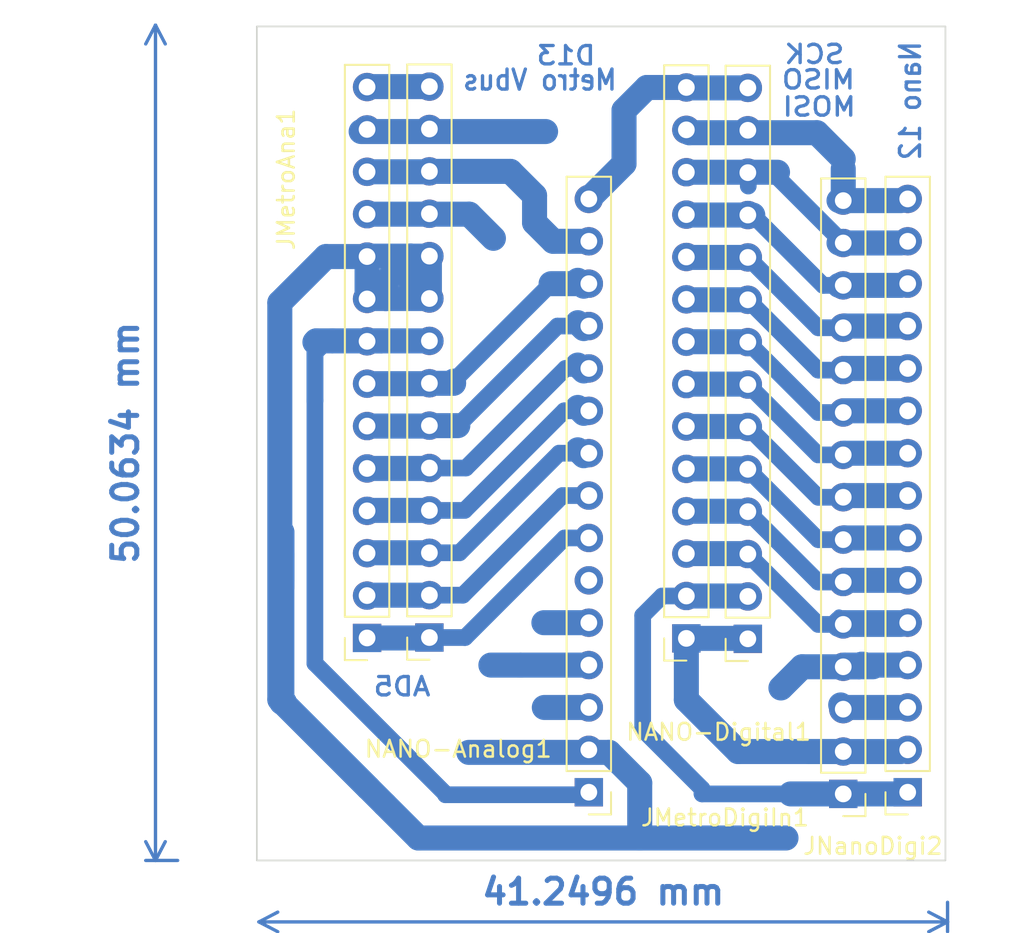
<source format=kicad_pcb>
(kicad_pcb (version 20221018) (generator pcbnew)
  (layers (0 "F.Cu" signal) (31 "B.Cu" signal) (34 "B.Paste" user) (35 "F.Paste" user) (36 "B.SilkS" user "B.Silkscreen") (37 "F.SilkS" user "F.Silkscreen") (38 "B.Mask" user) (39 "F.Mask" user) (44 "Edge.Cuts" user))
  (net 0 "")
  (net 1 "Net-(JMetroDigi1-Pin_3)")
  (net 2 "Net-(JMetroDigi1-Pin_4)")
  (net 3 "Net-(JMetroDigi1-Pin_5)")
  (net 4 "Net-(JMetroDigi1-Pin_6)")
  (net 5 "Net-(JMetroDigi1-Pin_7)")
  (net 6 "Net-(JMetroDigi1-Pin_8)")
  (net 7 "Net-(JMetroDigi1-Pin_9)")
  (net 8 "GND")
  (net 9 "Net-(JMetroAna1-Pin_1)")
  (net 10 "Net-(JMetroAna1-Pin_2)")
  (net 11 "Net-(JMetroAna1-Pin_3)")
  (net 12 "Net-(JMetroAna1-Pin_4)")
  (net 13 "Net-(JMetroAna1-Pin_5)")
  (net 14 "Net-(JMetroAna1-Pin_6)")
  (net 15 "Net-(JMetroDigi1-Pin_1)")
  (net 16 "Net-(JMetroDigi1-Pin_2)")
  (net 17 "Net-(JMetroAna1-Pin_7)")
  (net 18 "Net-(JMetroDigi1-Pin_11)")
  (net 19 "Net-(JMetroAna1-Pin_8)")
  (net 20 "Net-(JMetroDigi1-Pin_12)")
  (net 21 "Net-(JMetroAna1-Pin_11)")
  (net 22 "Net-(JMetroAna1-Pin_12)")
  (net 23 "Net-(JMetroAna1-Pin_13)")
  (net 24 "Net-(JMetroAna1-Pin_14)")
  (net 25 "Net-(JMetroDigi1-Pin_14)")
  (net 26 "Net-(JMetroDigi1-Pin_10)")
  (net 27 "Net-(JMetroDigi1-Pin_13)")
  (net 28 "Net-(JNanoDigi2-Pin_3)")
  (net 29 "unconnected-(NANO-Analog1-Pin_5-Pad5)")
  (footprint "Connector_PinSocket_2.54mm:PinSocket_1x15_P2.54mm_Vertical" (layer "F.Cu") (at 66.294 76.2 180)
    (fp_text reference "JNanoDigi2" (at 2.0828 -3.2258) (layer "F.SilkS"))
    (fp_text value "Nano_1x15 ")
    (fp_line (start -1.33 1.27) (end -1.33 36.89) (stroke (width 0.12)) (layer "F.SilkS"))
    (fp_line (start -1.33 1.27) (end 1.33 1.27) (stroke (width 0.12)) (layer "F.SilkS"))
    (fp_line (start -1.33 36.89) (end 1.33 36.89) (stroke (width 0.12)) (layer "F.SilkS"))
    (fp_line (start 0 -1.33) (end 1.33 -1.33) (stroke (width 0.12)) (layer "F.SilkS"))
    (fp_line (start 1.33 -1.33) (end 1.33 0) (stroke (width 0.12)) (layer "F.SilkS"))
    (fp_line (start 1.33 1.27) (end 1.33 36.89) (stroke (width 0.12)) (layer "F.SilkS"))
    (pad "1" thru_hole rect (at 0 0 180) (size 1.7 1.7) (drill 1) (layers "*.Cu" "*.Mask") (net 16 "Net-(JMetroDigi1-Pin_2)"))
    (pad "2" thru_hole oval (at 0 2.54 180) (size 1.7 1.7) (drill 1) (layers "*.Cu" "*.Mask") (net 15 "Net-(JMetroDigi1-Pin_1)"))
    (pad "3" thru_hole oval (at 0 5.08 180) (size 1.7 1.7) (drill 1) (layers "*.Cu" "*.Mask") (net 28 "Net-(JNanoDigi2-Pin_3)"))
    (pad "4" thru_hole oval (at 0 7.62 180) (size 1.7 1.7) (drill 1) (layers "*.Cu" "*.Mask") (net 8 "GND"))
    (pad "5" thru_hole oval (at 0 10.16 180) (size 1.7 1.7) (drill 1) (layers "*.Cu" "*.Mask") (net 1 "Net-(JMetroDigi1-Pin_3)"))
    (pad "6" thru_hole oval (at 0 12.7 180) (size 1.7 1.7) (drill 1) (layers "*.Cu" "*.Mask") (net 2 "Net-(JMetroDigi1-Pin_4)"))
    (pad "7" thru_hole oval (at 0 15.24 180) (size 1.7 1.7) (drill 1) (layers "*.Cu" "*.Mask") (net 3 "Net-(JMetroDigi1-Pin_5)"))
    (pad "8" thru_hole oval (at 0 17.78 180) (size 1.7 1.7) (drill 1) (layers "*.Cu" "*.Mask") (net 4 "Net-(JMetroDigi1-Pin_6)"))
    (pad "9" thru_hole oval (at 0 20.32 180) (size 1.7 1.7) (drill 1) (layers "*.Cu" "*.Mask") (net 5 "Net-(JMetroDigi1-Pin_7)"))
    (pad "10" thru_hole oval (at 0 22.86 180) (size 1.7 1.7) (drill 1) (layers "*.Cu" "*.Mask") (net 6 "Net-(JMetroDigi1-Pin_8)"))
    (pad "11" thru_hole oval (at 0 25.4 180) (size 1.7 1.7) (drill 1) (layers "*.Cu" "*.Mask") (net 7 "Net-(JMetroDigi1-Pin_9)"))
    (pad "12" thru_hole oval (at 0 27.94 180) (size 1.7 1.7) (drill 1) (layers "*.Cu" "*.Mask") (net 26 "Net-(JMetroDigi1-Pin_10)"))
    (pad "13" thru_hole oval (at 0 30.48 180) (size 1.7 1.7) (drill 1) (layers "*.Cu" "*.Mask") (net 18 "Net-(JMetroDigi1-Pin_11)"))
    (pad "14" thru_hole oval (at 0 33.02 180) (size 1.7 1.7) (drill 1) (layers "*.Cu" "*.Mask") (net 20 "Net-(JMetroDigi1-Pin_12)"))
    (pad "15" thru_hole oval (at 0 35.56 180) (size 1.7 1.7) (drill 1) (layers "*.Cu" "*.Mask") (net 27 "Net-(JMetroDigi1-Pin_13)"))
  )
  (footprint "Connector_PinSocket_2.54mm:PinSocket_1x14_P2.54mm_Vertical" (layer "F.Cu") (at 56.7182 67.0052 180)
    (fp_text reference "JMetroDigiIn1" (at 1.3716 -10.7188) (layer "F.SilkS"))
    (fp_text value "Metro_0x13")
    (fp_line (start -1.33 1.27) (end -1.33 34.35) (stroke (width 0.12)) (layer "F.SilkS"))
    (fp_line (start -1.33 1.27) (end 1.33 1.27) (stroke (width 0.12)) (layer "F.SilkS"))
    (fp_line (start -1.33 34.35) (end 1.33 34.35) (stroke (width 0.12)) (layer "F.SilkS"))
    (fp_line (start 0 -1.33) (end 1.33 -1.33) (stroke (width 0.12)) (layer "F.SilkS"))
    (fp_line (start 1.33 -1.33) (end 1.33 0) (stroke (width 0.12)) (layer "F.SilkS"))
    (fp_line (start 1.33 1.27) (end 1.33 34.35) (stroke (width 0.12)) (layer "F.SilkS"))
    (pad "1" thru_hole rect (at 0 0 180) (size 1.7 1.7) (drill 1) (layers "*.Cu" "*.Mask") (net 15 "Net-(JMetroDigi1-Pin_1)"))
    (pad "2" thru_hole oval (at 0 2.54 180) (size 1.7 1.7) (drill 1) (layers "*.Cu" "*.Mask") (net 16 "Net-(JMetroDigi1-Pin_2)"))
    (pad "3" thru_hole oval (at 0 5.08 180) (size 1.7 1.7) (drill 1) (layers "*.Cu" "*.Mask") (net 1 "Net-(JMetroDigi1-Pin_3)"))
    (pad "4" thru_hole oval (at 0 7.62 180) (size 1.7 1.7) (drill 1) (layers "*.Cu" "*.Mask") (net 2 "Net-(JMetroDigi1-Pin_4)"))
    (pad "5" thru_hole oval (at 0 10.16 180) (size 1.7 1.7) (drill 1) (layers "*.Cu" "*.Mask") (net 3 "Net-(JMetroDigi1-Pin_5)"))
    (pad "6" thru_hole oval (at 0 12.7 180) (size 1.7 1.7) (drill 1) (layers "*.Cu" "*.Mask") (net 4 "Net-(JMetroDigi1-Pin_6)"))
    (pad "7" thru_hole oval (at 0 15.24 180) (size 1.7 1.7) (drill 1) (layers "*.Cu" "*.Mask") (net 5 "Net-(JMetroDigi1-Pin_7)"))
    (pad "8" thru_hole oval (at 0 17.78 180) (size 1.7 1.7) (drill 1) (layers "*.Cu" "*.Mask") (net 6 "Net-(JMetroDigi1-Pin_8)"))
    (pad "9" thru_hole oval (at 0 20.32 180) (size 1.7 1.7) (drill 1) (layers "*.Cu" "*.Mask") (net 7 "Net-(JMetroDigi1-Pin_9)"))
    (pad "10" thru_hole oval (at 0 22.86 180) (size 1.7 1.7) (drill 1) (layers "*.Cu" "*.Mask") (net 26 "Net-(JMetroDigi1-Pin_10)"))
    (pad "11" thru_hole oval (at 0 25.4 180) (size 1.7 1.7) (drill 1) (layers "*.Cu" "*.Mask") (net 18 "Net-(JMetroDigi1-Pin_11)"))
    (pad "12" thru_hole oval (at 0 27.94 180) (size 1.7 1.7) (drill 1) (layers "*.Cu" "*.Mask") (net 20 "Net-(JMetroDigi1-Pin_12)"))
    (pad "13" thru_hole oval (at 0 30.48 180) (size 1.7 1.7) (drill 1) (layers "*.Cu" "*.Mask") (net 27 "Net-(JMetroDigi1-Pin_13)"))
    (pad "14" thru_hole oval (at 0 33.02 180) (size 1.7 1.7) (drill 1) (layers "*.Cu" "*.Mask") (net 25 "Net-(JMetroDigi1-Pin_14)"))
  )
  (footprint "Connector_PinSocket_2.54mm:PinSocket_1x14_P2.54mm_Vertical" (layer "F.Cu") (at 37.6428 66.929 180)
    (fp_text reference "JMetroAna2" hide)
    (fp_text value "Metro_Vbus_A5_pro")
    (fp_line (start -1.33 1.27) (end -1.33 34.35) (stroke (width 0.12)) (layer "F.SilkS"))
    (fp_line (start -1.33 1.27) (end 1.33 1.27) (stroke (width 0.12)) (layer "F.SilkS"))
    (fp_line (start -1.33 34.35) (end 1.33 34.35) (stroke (width 0.12)) (layer "F.SilkS"))
    (fp_line (start 0 -1.33) (end 1.33 -1.33) (stroke (width 0.12)) (layer "F.SilkS"))
    (fp_line (start 1.33 -1.33) (end 1.33 0) (stroke (width 0.12)) (layer "F.SilkS"))
    (fp_line (start 1.33 1.27) (end 1.33 34.35) (stroke (width 0.12)) (layer "F.SilkS"))
    (pad "1" thru_hole rect (at 0 0 180) (size 1.7 1.7) (drill 1) (layers "*.Cu" "*.Mask") (net 9 "Net-(JMetroAna1-Pin_1)"))
    (pad "2" thru_hole oval (at 0 2.54 180) (size 1.7 1.7) (drill 1) (layers "*.Cu" "*.Mask") (net 10 "Net-(JMetroAna1-Pin_2)"))
    (pad "3" thru_hole oval (at 0 5.08 180) (size 1.7 1.7) (drill 1) (layers "*.Cu" "*.Mask") (net 11 "Net-(JMetroAna1-Pin_3)"))
    (pad "4" thru_hole oval (at 0 7.62 180) (size 1.7 1.7) (drill 1) (layers "*.Cu" "*.Mask") (net 12 "Net-(JMetroAna1-Pin_4)"))
    (pad "5" thru_hole oval (at 0 10.16 180) (size 1.7 1.7) (drill 1) (layers "*.Cu" "*.Mask") (net 13 "Net-(JMetroAna1-Pin_5)"))
    (pad "6" thru_hole oval (at 0 12.7 180) (size 1.7 1.7) (drill 1) (layers "*.Cu" "*.Mask") (net 14 "Net-(JMetroAna1-Pin_6)"))
    (pad "7" thru_hole oval (at 0 15.24 180) (size 1.7 1.7) (drill 1) (layers "*.Cu" "*.Mask") (net 17 "Net-(JMetroAna1-Pin_7)"))
    (pad "8" thru_hole oval (at 0 17.78 180) (size 1.7 1.7) (drill 1) (layers "*.Cu" "*.Mask") (net 19 "Net-(JMetroAna1-Pin_8)"))
    (pad "9" thru_hole oval (at 0 20.32 180) (size 1.7 1.7) (drill 1) (layers "*.Cu" "*.Mask") (net 8 "GND"))
    (pad "10" thru_hole oval (at 0 22.86 180) (size 1.7 1.7) (drill 1) (layers "*.Cu" "*.Mask") (net 8 "GND"))
    (pad "11" thru_hole oval (at 0 25.4 180) (size 1.7 1.7) (drill 1) (layers "*.Cu" "*.Mask") (net 21 "Net-(JMetroAna1-Pin_11)"))
    (pad "12" thru_hole oval (at 0 27.94 180) (size 1.7 1.7) (drill 1) (layers "*.Cu" "*.Mask") (net 22 "Net-(JMetroAna1-Pin_12)"))
    (pad "13" thru_hole oval (at 0 30.48 180) (size 1.7 1.7) (drill 1) (layers "*.Cu" "*.Mask") (net 23 "Net-(JMetroAna1-Pin_13)"))
    (pad "14" thru_hole oval (at 0 33.02 180) (size 1.7 1.7) (drill 1) (layers "*.Cu" "*.Mask") (net 24 "Net-(JMetroAna1-Pin_14)"))
  )
  (footprint "Connector_PinSocket_2.54mm:PinSocket_1x14_P2.54mm_Vertical" (layer "F.Cu") (at 53.0352 66.9798 180)
    (fp_text reference "JMetroDigi1" hide)
    (fp_text value "Metro_0x13")
    (fp_line (start -1.33 1.27) (end -1.33 34.35) (stroke (width 0.12)) (layer "F.SilkS"))
    (fp_line (start -1.33 1.27) (end 1.33 1.27) (stroke (width 0.12)) (layer "F.SilkS"))
    (fp_line (start -1.33 34.35) (end 1.33 34.35) (stroke (width 0.12)) (layer "F.SilkS"))
    (fp_line (start 0 -1.33) (end 1.33 -1.33) (stroke (width 0.12)) (layer "F.SilkS"))
    (fp_line (start 1.33 -1.33) (end 1.33 0) (stroke (width 0.12)) (layer "F.SilkS"))
    (fp_line (start 1.33 1.27) (end 1.33 34.35) (stroke (width 0.12)) (layer "F.SilkS"))
    (pad "1" thru_hole rect (at 0 0 180) (size 1.7 1.7) (drill 1) (layers "*.Cu" "*.Mask") (net 15 "Net-(JMetroDigi1-Pin_1)"))
    (pad "2" thru_hole oval (at 0 2.54 180) (size 1.7 1.7) (drill 1) (layers "*.Cu" "*.Mask") (net 16 "Net-(JMetroDigi1-Pin_2)"))
    (pad "3" thru_hole oval (at 0 5.08 180) (size 1.7 1.7) (drill 1) (layers "*.Cu" "*.Mask") (net 1 "Net-(JMetroDigi1-Pin_3)"))
    (pad "4" thru_hole oval (at 0 7.62 180) (size 1.7 1.7) (drill 1) (layers "*.Cu" "*.Mask") (net 2 "Net-(JMetroDigi1-Pin_4)"))
    (pad "5" thru_hole oval (at 0 10.16 180) (size 1.7 1.7) (drill 1) (layers "*.Cu" "*.Mask") (net 3 "Net-(JMetroDigi1-Pin_5)"))
    (pad "6" thru_hole oval (at 0 12.7 180) (size 1.7 1.7) (drill 1) (layers "*.Cu" "*.Mask") (net 4 "Net-(JMetroDigi1-Pin_6)"))
    (pad "7" thru_hole oval (at 0 15.24 180) (size 1.7 1.7) (drill 1) (layers "*.Cu" "*.Mask") (net 5 "Net-(JMetroDigi1-Pin_7)"))
    (pad "8" thru_hole oval (at 0 17.78 180) (size 1.7 1.7) (drill 1) (layers "*.Cu" "*.Mask") (net 6 "Net-(JMetroDigi1-Pin_8)"))
    (pad "9" thru_hole oval (at 0 20.32 180) (size 1.7 1.7) (drill 1) (layers "*.Cu" "*.Mask") (net 7 "Net-(JMetroDigi1-Pin_9)"))
    (pad "10" thru_hole oval (at 0 22.86 180) (size 1.7 1.7) (drill 1) (layers "*.Cu" "*.Mask") (net 26 "Net-(JMetroDigi1-Pin_10)"))
    (pad "11" thru_hole oval (at 0 25.4 180) (size 1.7 1.7) (drill 1) (layers "*.Cu" "*.Mask") (net 18 "Net-(JMetroDigi1-Pin_11)"))
    (pad "12" thru_hole oval (at 0 27.94 180) (size 1.7 1.7) (drill 1) (layers "*.Cu" "*.Mask") (net 20 "Net-(JMetroDigi1-Pin_12)"))
    (pad "13" thru_hole oval (at 0 30.48 180) (size 1.7 1.7) (drill 1) (layers "*.Cu" "*.Mask") (net 27 "Net-(JMetroDigi1-Pin_13)"))
    (pad "14" thru_hole oval (at 0 33.02 180) (size 1.7 1.7) (drill 1) (layers "*.Cu" "*.Mask") (net 25 "Net-(JMetroDigi1-Pin_14)"))
  )
  (footprint "Connector_PinSocket_2.54mm:PinSocket_1x14_P2.54mm_Vertical" (layer "F.Cu") (at 33.909 66.9544 180)
    (fp_text reference "JMetroAna1" (at 4.8514 27.4828 90) (layer "F.SilkS"))
    (fp_text value "Metro_Vbus_A5-Inp")
    (fp_line (start -1.33 1.27) (end -1.33 34.35) (stroke (width 0.12)) (layer "F.SilkS"))
    (fp_line (start -1.33 1.27) (end 1.33 1.27) (stroke (width 0.12)) (layer "F.SilkS"))
    (fp_line (start -1.33 34.35) (end 1.33 34.35) (stroke (width 0.12)) (layer "F.SilkS"))
    (fp_line (start 0 -1.33) (end 1.33 -1.33) (stroke (width 0.12)) (layer "F.SilkS"))
    (fp_line (start 1.33 -1.33) (end 1.33 0) (stroke (width 0.12)) (layer "F.SilkS"))
    (fp_line (start 1.33 1.27) (end 1.33 34.35) (stroke (width 0.12)) (layer "F.SilkS"))
    (pad "1" thru_hole rect (at 0 0 180) (size 1.7 1.7) (drill 1) (layers "*.Cu" "*.Mask") (net 9 "Net-(JMetroAna1-Pin_1)"))
    (pad "2" thru_hole oval (at 0 2.54 180) (size 1.7 1.7) (drill 1) (layers "*.Cu" "*.Mask") (net 10 "Net-(JMetroAna1-Pin_2)"))
    (pad "3" thru_hole oval (at 0 5.08 180) (size 1.7 1.7) (drill 1) (layers "*.Cu" "*.Mask") (net 11 "Net-(JMetroAna1-Pin_3)"))
    (pad "4" thru_hole oval (at 0 7.62 180) (size 1.7 1.7) (drill 1) (layers "*.Cu" "*.Mask") (net 12 "Net-(JMetroAna1-Pin_4)"))
    (pad "5" thru_hole oval (at 0 10.16 180) (size 1.7 1.7) (drill 1) (layers "*.Cu" "*.Mask") (net 13 "Net-(JMetroAna1-Pin_5)"))
    (pad "6" thru_hole oval (at 0 12.7 180) (size 1.7 1.7) (drill 1) (layers "*.Cu" "*.Mask") (net 14 "Net-(JMetroAna1-Pin_6)"))
    (pad "7" thru_hole oval (at 0 15.24 180) (size 1.7 1.7) (drill 1) (layers "*.Cu" "*.Mask") (net 17 "Net-(JMetroAna1-Pin_7)"))
    (pad "8" thru_hole oval (at 0 17.78 180) (size 1.7 1.7) (drill 1) (layers "*.Cu" "*.Mask") (net 19 "Net-(JMetroAna1-Pin_8)"))
    (pad "9" thru_hole oval (at 0 20.32 180) (size 1.7 1.7) (drill 1) (layers "*.Cu" "*.Mask") (net 8 "GND"))
    (pad "10" thru_hole oval (at 0 22.86 180) (size 1.7 1.7) (drill 1) (layers "*.Cu" "*.Mask") (net 8 "GND"))
    (pad "11" thru_hole oval (at 0 25.4 180) (size 1.7 1.7) (drill 1) (layers "*.Cu" "*.Mask") (net 21 "Net-(JMetroAna1-Pin_11)"))
    (pad "12" thru_hole oval (at 0 27.94 180) (size 1.7 1.7) (drill 1) (layers "*.Cu" "*.Mask") (net 22 "Net-(JMetroAna1-Pin_12)"))
    (pad "13" thru_hole oval (at 0 30.48 180) (size 1.7 1.7) (drill 1) (layers "*.Cu" "*.Mask") (net 23 "Net-(JMetroAna1-Pin_13)"))
    (pad "14" thru_hole oval (at 0 33.02 180) (size 1.7 1.7) (drill 1) (layers "*.Cu" "*.Mask") (net 24 "Net-(JMetroAna1-Pin_14)"))
  )
  (footprint "Connector_PinHeader_2.54mm:PinHeader_1x15_P2.54mm_Vertical" (layer "F.Cu") (at 62.4332 76.3016 180)
    (fp_text reference "NANO-Digital1" (at 7.4676 3.7084) (layer "F.SilkS"))
    (fp_text value "12,11,10,9,87,6,5,4,3,2,Gnd,RST,RX,TX")
    (fp_line (start -1.33 -1.33) (end 0 -1.33) (stroke (width 0.12)) (layer "F.SilkS"))
    (fp_line (start -1.33 0) (end -1.33 -1.33) (stroke (width 0.12)) (layer "F.SilkS"))
    (fp_line (start -1.33 1.27) (end -1.33 36.89) (stroke (width 0.12)) (layer "F.SilkS"))
    (fp_line (start -1.33 1.27) (end 1.33 1.27) (stroke (width 0.12)) (layer "F.SilkS"))
    (fp_line (start -1.33 36.89) (end 1.33 36.89) (stroke (width 0.12)) (layer "F.SilkS"))
    (fp_line (start 1.33 1.27) (end 1.33 36.89) (stroke (width 0.12)) (layer "F.SilkS"))
    (pad "1" thru_hole rect (at 0 0 180) (size 1.7 1.7) (drill 1) (layers "*.Cu" "*.Mask") (net 16 "Net-(JMetroDigi1-Pin_2)"))
    (pad "2" thru_hole oval (at 0 2.54 180) (size 1.7 1.7) (drill 1) (layers "*.Cu" "*.Mask") (net 15 "Net-(JMetroDigi1-Pin_1)"))
    (pad "3" thru_hole oval (at 0 5.08 180) (size 1.7 1.7) (drill 1) (layers "*.Cu" "*.Mask") (net 28 "Net-(JNanoDigi2-Pin_3)"))
    (pad "4" thru_hole oval (at 0 7.62 180) (size 1.7 1.7) (drill 1) (layers "*.Cu" "*.Mask") (net 8 "GND"))
    (pad "5" thru_hole oval (at 0 10.16 180) (size 1.7 1.7) (drill 1) (layers "*.Cu" "*.Mask") (net 1 "Net-(JMetroDigi1-Pin_3)"))
    (pad "6" thru_hole oval (at 0 12.7 180) (size 1.7 1.7) (drill 1) (layers "*.Cu" "*.Mask") (net 2 "Net-(JMetroDigi1-Pin_4)"))
    (pad "7" thru_hole oval (at 0 15.24 180) (size 1.7 1.7) (drill 1) (layers "*.Cu" "*.Mask") (net 3 "Net-(JMetroDigi1-Pin_5)"))
    (pad "8" thru_hole oval (at 0 17.78 180) (size 1.7 1.7) (drill 1) (layers "*.Cu" "*.Mask") (net 4 "Net-(JMetroDigi1-Pin_6)"))
    (pad "9" thru_hole oval (at 0 20.32 180) (size 1.7 1.7) (drill 1) (layers "*.Cu" "*.Mask") (net 5 "Net-(JMetroDigi1-Pin_7)"))
    (pad "10" thru_hole oval (at 0 22.86 180) (size 1.7 1.7) (drill 1) (layers "*.Cu" "*.Mask") (net 6 "Net-(JMetroDigi1-Pin_8)"))
    (pad "11" thru_hole oval (at 0 25.4 180) (size 1.7 1.7) (drill 1) (layers "*.Cu" "*.Mask") (net 7 "Net-(JMetroDigi1-Pin_9)"))
    (pad "12" thru_hole oval (at 0 27.94 180) (size 1.7 1.7) (drill 1) (layers "*.Cu" "*.Mask") (net 26 "Net-(JMetroDigi1-Pin_10)"))
    (pad "13" thru_hole oval (at 0 30.48 180) (size 1.7 1.7) (drill 1) (layers "*.Cu" "*.Mask") (net 18 "Net-(JMetroDigi1-Pin_11)"))
    (pad "14" thru_hole oval (at 0 33.02 180) (size 1.7 1.7) (drill 1) (layers "*.Cu" "*.Mask") (net 20 "Net-(JMetroDigi1-Pin_12)"))
    (pad "15" thru_hole oval (at 0 35.56 180) (size 1.7 1.7) (drill 1) (layers "*.Cu" "*.Mask") (net 27 "Net-(JMetroDigi1-Pin_13)"))
  )
  (footprint "Connector_PinHeader_2.54mm:PinHeader_1x15_P2.54mm_Vertical" (layer "F.Cu") (at 47.1932 76.2 180)
    (fp_text reference "NANO-Analog1" (at 7.8232 2.5908) (layer "F.SilkS"))
    (fp_text value "13,3v3,AREF,A0,...A7,+5V,RST,Gnd,Vin")
    (fp_line (start -1.33 -1.33) (end 0 -1.33) (stroke (width 0.12)) (layer "F.SilkS"))
    (fp_line (start -1.33 0) (end -1.33 -1.33) (stroke (width 0.12)) (layer "F.SilkS"))
    (fp_line (start -1.33 1.27) (end -1.33 36.89) (stroke (width 0.12)) (layer "F.SilkS"))
    (fp_line (start -1.33 1.27) (end 1.33 1.27) (stroke (width 0.12)) (layer "F.SilkS"))
    (fp_line (start -1.33 36.89) (end 1.33 36.89) (stroke (width 0.12)) (layer "F.SilkS"))
    (fp_line (start 1.33 1.27) (end 1.33 36.89) (stroke (width 0.12)) (layer "F.SilkS"))
    (pad "1" thru_hole rect (at 0 0 180) (size 1.7 1.7) (drill 1) (layers "*.Cu" "*.Mask") (net 19 "Net-(JMetroAna1-Pin_8)"))
    (pad "2" thru_hole oval (at 0 2.54 180) (size 1.7 1.7) (drill 1) (layers "*.Cu" "*.Mask") (net 8 "GND"))
    (pad "3" thru_hole oval (at 0 5.08 180) (size 1.7 1.7) (drill 1) (layers "*.Cu" "*.Mask") (net 23 "Net-(JMetroAna1-Pin_13)"))
    (pad "4" thru_hole oval (at 0 7.62 180) (size 1.7 1.7) (drill 1) (layers "*.Cu" "*.Mask") (net 21 "Net-(JMetroAna1-Pin_11)"))
    (pad "5" thru_hole oval (at 0 10.16 180) (size 1.7 1.7) (drill 1) (layers "*.Cu" "*.Mask") (net 29 "unconnected-(NANO-Analog1-Pin_5-Pad5)"))
    (pad "6" thru_hole oval (at 0 12.7 180) (size 1.7 1.7) (drill 1) (layers "*.Cu" "*.Mask"))
    (pad "7" thru_hole oval (at 0 15.24 180) (size 1.7 1.7) (drill 1) (layers "*.Cu" "*.Mask") (net 9 "Net-(JMetroAna1-Pin_1)"))
    (pad "8" thru_hole oval (at 0 17.78 180) (size 1.7 1.7) (drill 1) (layers "*.Cu" "*.Mask") (net 10 "Net-(JMetroAna1-Pin_2)"))
    (pad "9" thru_hole oval (at 0 20.32 180) (size 1.7 1.7) (drill 1) (layers "*.Cu" "*.Mask") (net 11 "Net-(JMetroAna1-Pin_3)"))
    (pad "10" thru_hole oval (at 0 22.86 180) (size 1.7 1.7) (drill 1) (layers "*.Cu" "*.Mask") (net 12 "Net-(JMetroAna1-Pin_4)"))
    (pad "11" thru_hole oval (at 0 25.4 180) (size 1.7 1.7) (drill 1) (layers "*.Cu" "*.Mask") (net 13 "Net-(JMetroAna1-Pin_5)"))
    (pad "12" thru_hole oval (at 0 27.94 180) (size 1.7 1.7) (drill 1) (layers "*.Cu" "*.Mask") (net 14 "Net-(JMetroAna1-Pin_6)"))
    (pad "13" thru_hole oval (at 0 30.48 180) (size 1.7 1.7) (drill 1) (layers "*.Cu" "*.Mask") (net 17 "Net-(JMetroAna1-Pin_7)"))
    (pad "14" thru_hole oval (at 0 33.02 180) (size 1.7 1.7) (drill 1) (layers "*.Cu" "*.Mask") (net 22 "Net-(JMetroAna1-Pin_12)"))
    (pad "15" thru_hole oval (at 0 35.56 180) (size 1.7 1.7) (drill 1) (layers "*.Cu" "*.Mask") (net 25 "Net-(JMetroDigi1-Pin_14)"))
  )
  (gr_rect (start 27.305 30.3022) (end 68.5546 80.2894) (stroke (width 0.1)) (fill none) (layer "Edge.Cuts"))
  (gr_text "MISO" (at 63.246 34.1376) (layer "B.Cu") (effects (font (size 1.1 1.2) (thickness 0.2) bold) (justify left bottom mirror)))
  (gr_text "MOSI" (at 63.2968 35.7632) (layer "B.Cu") (effects (font (size 1.1 1.2) (thickness 0.2) bold) (justify left bottom mirror)))
  (gr_text "Nano 12" (at 67.1576 31.0896 90) (layer "B.Cu") (effects (font (size 1.2 1.1) (thickness 0.2) bold) (justify left bottom mirror)))
  (gr_text "Metro Vbus" (at 48.9712 34.2138) (layer "B.Cu") (effects (font (size 1.2 1.1) (thickness 0.2) bold) (justify left bottom mirror)))
  (gr_text "D13" (at 47.7012 32.6898) (layer "B.Cu") (effects (font (size 1.1 1.2) (thickness 0.2) bold) (justify left bottom mirror)))
  (gr_text "SCK" (at 62.611 32.6136) (layer "B.Cu") (effects (font (size 1.1 1.2) (thickness 0.2) bold) (justify left bottom mirror)))
  (gr_text "AD5" (at 37.8206 70.5104) (layer "B.Cu") (effects (font (size 1.1 1.2) (thickness 0.2) bold) (justify left bottom mirror)))
  (dimension (type orthogonal) (layer "B.Cu") (pts (xy 27.432 83.9724) (xy 68.6816 82.296)) (height 0) (orientation 0) (gr_text "41,2496 mm" (at 48.0568 82.1724) (layer "B.Cu") (effects (font (size 1.5 1.5) (thickness 0.3)))) (format (prefix "") (suffix "") (units 3) (units_format 1) (precision 4)) (style (thickness 0.2) (arrow_length 1.27) (text_position_mode 0) (extension_height 0.58642) (extension_offset 0.5) keep_text_aligned))
  (dimension (type orthogonal) (layer "B.Cu") (pts (xy 21.2344 30.226) (xy 23.0632 80.2894)) (height 0) (orientation 1) (gr_text "50,0634 mm" (at 19.4344 55.2577 90) (layer "B.Cu") (effects (font (size 1.5 1.5) (thickness 0.3)))) (format (prefix "") (suffix "") (units 3) (units_format 1) (precision 4)) (style (thickness 0.2) (arrow_length 1.27) (text_position_mode 0) (extension_height 0.58642) (extension_offset 0.5) keep_text_aligned))
  (segment (start 66.294 66.04) (end 62.2808 66.04) (width 1.5) (layer "B.Cu") (net 1))
  (segment (start 62.1792 65.616855) (end 62.1792 66.1416) (width 0.75) (layer "B.Cu") (net 1))
  (segment (start 62.1792 66.1416) (end 65.8876 66.1416) (width 1.5) (layer "B.Cu") (net 1))
  (segment (start 60.9346 66.1416) (end 62.1792 66.1416) (width 1) (layer "B.Cu") (net 1))
  (segment (start 53.0352 61.8998) (end 56.6928 61.8998) (width 1.5) (layer "B.Cu") (net 1))
  (segment (start 56.7182 61.9252) (end 60.9346 66.1416) (width 1) (layer "B.Cu") (net 1))
  (segment (start 56.6928 61.8998) (end 56.7182 61.9252) (width 1.5) (layer "B.Cu") (net 1))
  (segment (start 62.2808 66.04) (end 62.1792 66.1416) (width 1.5) (layer "B.Cu") (net 1))
  (segment (start 62.4332 63.6016) (end 60.9346 63.6016) (width 1) (layer "B.Cu") (net 2))
  (segment (start 53.0352 59.3598) (end 56.6928 59.3598) (width 1.5) (layer "B.Cu") (net 2))
  (segment (start 66.294 63.5) (end 62.5348 63.5) (width 1.5) (layer "B.Cu") (net 2))
  (segment (start 56.6928 59.3598) (end 56.7182 59.3852) (width 1.5) (layer "B.Cu") (net 2))
  (segment (start 62.5348 63.5) (end 62.4332 63.6016) (width 1.5) (layer "B.Cu") (net 2))
  (segment (start 60.9346 63.6016) (end 56.7182 59.3852) (width 1) (layer "B.Cu") (net 2))
  (segment (start 62.4332 61.0616) (end 60.9346 61.0616) (width 1) (layer "B.Cu") (net 3))
  (segment (start 53.0352 56.8198) (end 56.6928 56.8198) (width 1.5) (layer "B.Cu") (net 3))
  (segment (start 66.294 60.96) (end 62.5348 60.96) (width 1.5) (layer "B.Cu") (net 3))
  (segment (start 60.9346 61.0616) (end 56.7182 56.8452) (width 1) (layer "B.Cu") (net 3))
  (segment (start 62.5348 60.96) (end 62.4332 61.0616) (width 1.5) (layer "B.Cu") (net 3))
  (segment (start 56.6928 56.8198) (end 56.7182 56.8452) (width 1.5) (layer "B.Cu") (net 3))
  (segment (start 53.0352 54.2798) (end 56.6928 54.2798) (width 1.5) (layer "B.Cu") (net 4))
  (segment (start 62.4332 58.5216) (end 60.9346 58.5216) (width 1) (layer "B.Cu") (net 4))
  (segment (start 60.9346 58.5216) (end 56.7182 54.3052) (width 1) (layer "B.Cu") (net 4))
  (segment (start 56.6928 54.2798) (end 56.7182 54.3052) (width 1.5) (layer "B.Cu") (net 4))
  (segment (start 66.294 58.42) (end 62.5348 58.42) (width 1.5) (layer "B.Cu") (net 4))
  (segment (start 62.5348 58.42) (end 62.4332 58.5216) (width 1.5) (layer "B.Cu") (net 4))
  (segment (start 62.5348 55.88) (end 62.4332 55.9816) (width 1.5) (layer "B.Cu") (net 5))
  (segment (start 56.6928 51.7398) (end 56.7182 51.7652) (width 1.5) (layer "B.Cu") (net 5))
  (segment (start 53.0352 51.7398) (end 56.6928 51.7398) (width 1.5) (layer "B.Cu") (net 5))
  (segment (start 66.294 55.88) (end 62.5348 55.88) (width 1.5) (layer "B.Cu") (net 5))
  (segment (start 60.9346 55.9816) (end 56.7182 51.7652) (width 1) (layer "B.Cu") (net 5))
  (segment (start 62.4332 55.9816) (end 60.9346 55.9816) (width 1) (layer "B.Cu") (net 5))
  (segment (start 62.5348 53.34) (end 62.4332 53.4416) (width 1.5) (layer "B.Cu") (net 6))
  (segment (start 56.6928 49.1998) (end 56.7182 49.2252) (width 1.5) (layer "B.Cu") (net 6))
  (segment (start 53.0352 49.1998) (end 56.6928 49.1998) (width 1.5) (layer "B.Cu") (net 6))
  (segment (start 66.294 53.34) (end 62.5348 53.34) (width 1.5) (layer "B.Cu") (net 6))
  (segment (start 60.9346 53.4416) (end 56.7182 49.2252) (width 1) (layer "B.Cu") (net 6))
  (segment (start 62.4332 53.4416) (end 60.9346 53.4416) (width 1) (layer "B.Cu") (net 6))
  (segment (start 62.5348 50.8) (end 62.4332 50.9016) (width 1.5) (layer "B.Cu") (net 7))
  (segment (start 60.9346 50.9016) (end 56.7182 46.6852) (width 1) (layer "B.Cu") (net 7))
  (segment (start 56.723785 46.6852) (end 56.7182 46.6852) (width 1.5) (layer "B.Cu") (net 7))
  (segment (start 66.294 50.8) (end 62.5348 50.8) (width 1.5) (layer "B.Cu") (net 7))
  (segment (start 62.4332 50.9016) (end 60.9346 50.9016) (width 1) (layer "B.Cu") (net 7))
  (segment (start 56.7182 46.6852) (end 53.0606 46.6852) (width 1.5) (layer "B.Cu") (net 7))
  (segment (start 53.0606 46.6852) (end 53.0352 46.6598) (width 1.5) (layer "B.Cu") (net 7))
  (segment (start 33.909 44.0944) (end 31.4452 44.0944) (width 1.5) (layer "B.Cu") (net 8))
  (segment (start 28.682 46.8576) (end 28.682 70.6428) (width 1.5) (layer "B.Cu") (net 8))
  (segment (start 35.0266 46.609) (end 35.0266 45.5676) (width 1.5) (layer "B.Cu") (net 8))
  (segment (start 35.0266 46.609) (end 33.9344 46.609) (width 1.5) (layer "B.Cu") (net 8))
  (segment (start 28.8036 63.9064) (end 28.8036 60.6044) (width 1.5) (layer "B.Cu") (net 8))
  (segment (start 35.0266 45.5676) (end 35.9918 44.6024) (width 1.5) (layer "B.Cu") (net 8))
  (segment (start 59.9694 68.6816) (end 58.6994 69.9516) (width 1.5) (layer "B.Cu") (net 8))
  (segment (start 36.9824 78.9432) (end 34.9631 76.9239) (width 1.5) (layer "B.Cu") (net 8))
  (segment (start 35.9918 44.6024) (end 36.5252 44.069) (width 1.5) (layer "B.Cu") (net 8))
  (segment (start 63.533681 68.5292) (end 63.6524 68.5292) (width 1.5) (layer "B.Cu") (net 8))
  (segment (start 33.9344 44.069) (end 33.909 44.0944) (width 1.5) (layer "B.Cu") (net 8))
  (segment (start 28.682 70.6428) (end 33.9852 75.946) (width 1.5) (layer "B.Cu") (net 8))
  (segment (start 50.2412 78.9432) (end 59.0042 78.9432) (width 1.5) (layer "B.Cu") (net 8))
  (segment (start 62.1792 68.6816) (end 63.381281 68.6816) (width 1.5) (layer "B.Cu") (net 8))
  (segment (start 33.9344 46.609) (end 33.909 46.6344) (width 1.5) (layer "B.Cu") (net 8))
  (segment (start 33.909 46.6344) (end 33.909 44.0944) (width 1.5) (layer "B.Cu") (net 8))
  (segment (start 28.956 70.9168) (end 33.9852 75.946) (width 1.5) (layer "B.Cu") (net 8))
  (segment (start 62.4332 68.6816) (end 59.9694 68.6816) (width 1.5) (layer "B.Cu") (net 8))
  (segment (start 28.8036 61.976) (end 28.8036 60.6044) (width 1.5) (layer "B.Cu") (net 8))
  (segment (start 48.4124 73.8124) (end 50.2412 75.6412) (width 1.5) (layer "B.Cu") (net 8))
  (segment (start 64.2112 68.6816) (end 62.1792 68.6816) (width 1.5) (layer "B.Cu") (net 8))
  (segment (start 36.5252 44.069) (end 33.9344 44.069) (width 1.5) (layer "B.Cu") (net 8))
  (segment (start 33.9852 75.946) (end 34.9631 76.9239) (width 1.5) (layer "B.Cu") (net 8))
  (segment (start 28.956 70.8152) (end 28.956 70.9168) (width 1.5) (layer "B.Cu") (net 8))
  (segment (start 28.8036 63.4492) (end 28.8036 61.976) (width 1.5) (layer "B.Cu") (net 8))
  (segment (start 35.9918 44.958) (end 35.9918 44.6024) (width 1.5) (layer "B.Cu") (net 8))
  (segment (start 63.381281 68.6816) (end 63.533681 68.5292) (width 1.5) (layer "B.Cu") (net 8))
  (segment (start 28.8036 70.8152) (end 28.956 70.8152) (width 1.5) (layer "B.Cu") (net 8))
  (segment (start 50.2412 78.9432) (end 36.9824 78.9432) (width 1.5) (layer "B.Cu") (net 8))
  (segment (start 31.4452 44.0944) (end 28.682 46.8576) (width 1.5) (layer "B.Cu") (net 8))
  (segment (start 48.4124 73.8124) (end 40.005 73.8124) (width 1.5) (layer "B.Cu") (net 8))
  (segment (start 37.6428 44.069) (end 37.6428 46.609) (width 1.5) (layer "B.Cu") (net 8))
  (segment (start 62.5348 68.58) (end 62.4332 68.6816) (width 1.5) (layer "B.Cu") (net 8))
  (segment (start 37.6428 44.069) (end 36.5252 44.069) (width 1.5) (layer "B.Cu") (net 8))
  (segment (start 37.6428 46.609) (end 35.0266 46.609) (width 1.5) (layer "B.Cu") (net 8))
  (segment (start 66.294 68.58) (end 62.5348 68.58) (width 1.5) (layer "B.Cu") (net 8))
  (segment (start 50.2412 75.6412) (end 50.2412 78.9432) (width 1.5) (layer "B.Cu") (net 8))
  (segment (start 37.6428 46.609) (end 35.9918 44.958) (width 1.5) (layer "B.Cu") (net 8))
  (segment (start 28.8036 61.976) (end 28.8036 70.8152) (width 1.5) (layer "B.Cu") (net 8))
  (segment (start 39.7764 66.929) (end 45.7454 60.96) (width 1) (layer "B.Cu") (net 9))
  (segment (start 33.909 66.9544) (end 37.6174 66.9544) (width 1.5) (layer "B.Cu") (net 9))
  (segment (start 45.7454 60.96) (end 47.1932 60.96) (width 1) (layer "B.Cu") (net 9))
  (segment (start 37.6174 66.9544) (end 37.6428 66.929) (width 1.5) (layer "B.Cu") (net 9))
  (segment (start 37.6428 66.929) (end 39.7764 66.929) (width 1) (layer "B.Cu") (net 9))
  (segment (start 37.6428 64.389) (end 33.9344 64.389) (width 1.5) (layer "B.Cu") (net 10))
  (segment (start 45.6184 58.42) (end 47.1932 58.42) (width 1) (layer "B.Cu") (net 10))
  (segment (start 33.9344 64.389) (end 33.909 64.4144) (width 1.5) (layer "B.Cu") (net 10))
  (segment (start 39.6494 64.389) (end 45.6184 58.42) (width 1) (layer "B.Cu") (net 10))
  (segment (start 37.6428 64.389) (end 39.6494 64.389) (width 1) (layer "B.Cu") (net 10))
  (segment (start 45.4152 55.88) (end 39.4462 61.849) (width 1) (layer "B.Cu") (net 11))
  (segment (start 46.5328 55.6768) (end 46.8884 56.0324) (width 1.5) (layer "B.Cu") (net 11))
  (segment (start 39.4462 61.849) (end 37.6428 61.849) (width 1) (layer "B.Cu") (net 11))
  (segment (start 37.6428 61.849) (end 33.9344 61.849) (width 1.5) (layer "B.Cu") (net 11))
  (segment (start 33.9344 61.849) (end 33.909 61.8744) (width 1.5) (layer "B.Cu") (net 11))
  (segment (start 47.1932 55.88) (end 45.4152 55.88) (width 1) (layer "B.Cu") (net 11))
  (segment (start 37.6428 59.309) (end 33.9344 59.309) (width 1.5) (layer "B.Cu") (net 12))
  (segment (start 33.9344 59.309) (end 33.909 59.3344) (width 1.5) (layer "B.Cu") (net 12))
  (segment (start 47.1932 53.34) (end 45.72 53.34) (width 1) (layer "B.Cu") (net 12))
  (segment (start 39.751 59.309) (end 37.6428 59.309) (width 1) (layer "B.Cu") (net 12))
  (segment (start 45.72 53.34) (end 39.751 59.309) (width 1) (layer "B.Cu") (net 12))
  (segment (start 46.5328 53.1368) (end 46.8884 53.4924) (width 1.5) (layer "B.Cu") (net 12))
  (segment (start 39.8272 56.769) (end 37.6428 56.769) (width 1) (layer "B.Cu") (net 13))
  (segment (start 33.909 56.7944) (end 37.6174 56.7944) (width 1.5) (layer "B.Cu") (net 13))
  (segment (start 45.7962 50.8) (end 39.8272 56.769) (width 1) (layer "B.Cu") (net 13))
  (segment (start 47.1932 50.8) (end 45.7962 50.8) (width 1) (layer "B.Cu") (net 13))
  (segment (start 37.6174 56.7944) (end 37.6428 56.769) (width 1.5) (layer "B.Cu") (net 13))
  (segment (start 46.5328 50.5968) (end 46.8884 50.9524) (width 1.5) (layer "B.Cu") (net 13))
  (segment (start 47.1932 48.26) (end 45.3136 48.26) (width 1) (layer "B.Cu") (net 14))
  (segment (start 39.3446 54.229) (end 37.6428 54.229) (width 1.5) (layer "B.Cu") (net 14))
  (segment (start 45.3136 48.26) (end 39.3446 54.229) (width 1) (layer "B.Cu") (net 14))
  (segment (start 37.6174 54.2544) (end 37.6428 54.229) (width 1.5) (layer "B.Cu") (net 14))
  (segment (start 33.909 54.2544) (end 37.6174 54.2544) (width 1.5) (layer "B.Cu") (net 14))
  (segment (start 46.5328 48.0568) (end 46.8884 48.4124) (width 1.5) (layer "B.Cu") (net 14))
  (segment (start 56.134 73.7616) (end 62.4332 73.7616) (width 1.5) (layer "B.Cu") (net 15))
  (segment (start 56.6928 66.9798) (end 56.7182 67.0052) (width 1.5) (layer "B.Cu") (net 15))
  (segment (start 65.8876 73.7616) (end 60.4012 73.7616) (width 1.5) (layer "B.Cu") (net 15))
  (segment (start 53.0352 66.9798) (end 53.0352 70.6628) (width 1.5) (layer "B.Cu") (net 15))
  (segment (start 53.0352 66.9798) (end 56.6928 66.9798) (width 1.5) (layer "B.Cu") (net 15))
  (segment (start 53.0352 70.6628) (end 56.134 73.7616) (width 1.5) (layer "B.Cu") (net 15))
  (segment (start 53.975 76.3016) (end 53.975 75.9968) (width 1) (layer "B.Cu") (net 16))
  (segment (start 53.0352 64.4398) (end 56.6928 64.4398) (width 1.5) (layer "B.Cu") (net 16))
  (segment (start 50.419 65.6082) (end 51.5874 64.4398) (width 1) (layer "B.Cu") (net 16))
  (segment (start 56.6928 64.4398) (end 56.7182 64.4652) (width 1.5) (layer "B.Cu") (net 16))
  (segment (start 50.419 72.4408) (end 50.419 65.6082) (width 1) (layer "B.Cu") (net 16))
  (segment (start 62.4332 76.3016) (end 53.975 76.3016) (width 1) (layer "B.Cu") (net 16))
  (segment (start 51.5874 64.4398) (end 53.0352 64.4398) (width 1) (layer "B.Cu") (net 16))
  (segment (start 53.975 75.9968) (end 50.419 72.4408) (width 1) (layer "B.Cu") (net 16))
  (segment (start 65.8876 76.3016) (end 59.2836 76.3016) (width 1.5) (layer "B.Cu") (net 16))
  (segment (start 38.9636 51.689) (end 37.6428 51.689) (width 1) (layer "B.Cu") (net 17))
  (segment (start 46.5328 45.5168) (end 46.8884 45.8724) (width 1.5) (layer "B.Cu") (net 17))
  (segment (start 33.909 51.7144) (end 37.6174 51.7144) (width 1.5) (layer "B.Cu") (net 17))
  (segment (start 37.6428 51.689) (end 39.0906 51.689) (width 1.5) (layer "B.Cu") (net 17))
  (segment (start 44.9326 45.72) (end 38.9636 51.689) (width 1) (layer "B.Cu") (net 17))
  (segment (start 39.0906 51.689) (end 39.0906 51.562) (width 1.5) (layer "B.Cu") (net 17))
  (segment (start 37.6174 51.7144) (end 37.6428 51.689) (width 1.5) (layer "B.Cu") (net 17))
  (segment (start 44.9326 45.72) (end 47.1932 45.72) (width 1.5) (layer "B.Cu") (net 17))
  (segment (start 65.8876 45.8216) (end 62.1792 45.8216) (width 1.5) (layer "B.Cu") (net 18))
  (segment (start 56.7182 41.6052) (end 53.0606 41.6052) (width 1.5) (layer "B.Cu") (net 18))
  (segment (start 57.014719 41.6052) (end 56.7182 41.6052) (width 1.5) (layer "B.Cu") (net 18))
  (segment (start 61.231119 45.8216) (end 57.014719 41.6052) (width 1) (layer "B.Cu") (net 18))
  (segment (start 53.0606 41.6052) (end 53.0352 41.5798) (width 1.5) (layer "B.Cu") (net 18))
  (segment (start 62.4332 45.8216) (end 61.231119 45.8216) (width 1) (layer "B.Cu") (net 18))
  (segment (start 30.7848 52.7304) (end 30.7848 68.4784) (width 1) (layer "B.Cu") (net 19))
  (segment (start 33.9344 49.149) (end 33.909 49.1744) (width 1.5) (layer "B.Cu") (net 19))
  (segment (start 30.7848 68.4784) (end 38.608 76.3016) (width 1) (layer "B.Cu") (net 19))
  (segment (start 38.608 76.3524) (end 46.8884 76.3524) (width 1) (layer "B.Cu") (net 19))
  (segment (start 30.7848 49.8602) (end 30.7848 52.7304) (width 1) (layer "B.Cu") (net 19))
  (segment (start 30.861 49.149) (end 30.7848 49.2252) (width 1.5) (layer "B.Cu") (net 19))
  (segment (start 31.8262 49.149) (end 31.496 49.149) (width 1) (layer "B.Cu") (net 19))
  (segment (start 37.6428 49.149) (end 34.7726 49.149) (width 1.5) (layer "B.Cu") (net 19))
  (segment (start 30.7848 52.7304) (end 30.7848 49.2252) (width 1) (layer "B.Cu") (net 19))
  (segment (start 34.7726 49.149) (end 31.8262 49.149) (width 1.5) (layer "B.Cu") (net 19))
  (segment (start 34.7726 49.149) (end 33.9344 49.149) (width 1.5) (layer "B.Cu") (net 19))
  (segment (start 31.8262 49.149) (end 30.861 49.149) (width 1.5) (layer "B.Cu") (net 19))
  (segment (start 31.496 49.149) (end 30.7848 49.8602) (width 1) (layer "B.Cu") (net 19))
  (segment (start 38.608 76.3016) (end 38.608 76.3524) (width 1) (layer "B.Cu") (net 19))
  (segment (start 53.0352 39.0398) (end 58.4962 39.0398) (width 1.5) (layer "B.Cu") (net 20))
  (segment (start 56.7436 39.5224) (end 56.7436 39.870368) (width 1) (layer "B.Cu") (net 20))
  (segment (start 62.4332 43.2816) (end 58.2168 39.0652) (width 1) (layer "B.Cu") (net 20))
  (segment (start 65.8876 43.2816) (end 62.1792 43.2816) (width 1.5) (layer "B.Cu") (net 20))
  (segment (start 57.014719 39.0652) (end 56.7182 39.0652) (width 1.5) (layer "B.Cu") (net 20))
  (segment (start 58.2168 39.0652) (end 57.014719 39.0652) (width 1) (layer "B.Cu") (net 20))
  (segment (start 40.0304 41.5544) (end 41.4782 43.0022) (width 1.5) (layer "B.Cu") (net 21))
  (segment (start 43.1038 68.58) (end 41.3258 68.58) (width 1.5) (layer "B.Cu") (net 21))
  (segment (start 46.8376 68.58) (end 43.1038 68.58) (width 1.5) (layer "B.Cu") (net 21))
  (segment (start 33.909 41.5544) (end 40.0304 41.5544) (width 1.5) (layer "B.Cu") (net 21))
  (segment (start 45.0596 43.18) (end 47.1932 43.18) (width 1.5) (layer "B.Cu") (net 22))
  (segment (start 37.6174 39.0144) (end 37.6428 38.989) (width 1.5) (layer "B.Cu") (net 22))
  (segment (start 42.4942 38.989) (end 43.942 40.4368) (width 1.5) (layer "B.Cu") (net 22))
  (segment (start 43.942 42.0624) (end 45.0596 43.18) (width 1.5) (layer "B.Cu") (net 22))
  (segment (start 33.909 39.0144) (end 37.6174 39.0144) (width 1.5) (layer "B.Cu") (net 22))
  (segment (start 37.6428 38.989) (end 42.4942 38.989) (width 1.5) (layer "B.Cu") (net 22))
  (segment (start 43.942 40.4368) (end 43.942 42.0624) (width 1.5) (layer "B.Cu") (net 22))
  (segment (start 33.5534 36.6014) (end 44.6024 36.6014) (width 1.5) (layer "B.Cu") (net 23))
  (segment (start 47.1932 71.12) (end 44.5262 71.12) (width 1.5) (layer "B.Cu") (net 23))
  (segment (start 37.6428 33.909) (end 33.9344 33.909) (width 1.5) (layer "B.Cu") (net 24))
  (segment (start 33.9344 33.909) (end 33.909 33.9344) (width 1.5) (layer "B.Cu") (net 24))
  (segment (start 50.673 33.9598) (end 53.0352 33.9598) (width 1.5) (layer "B.Cu") (net 25))
  (segment (start 49.3014 38.5318) (end 49.3014 35.3314) (width 1.5) (layer "B.Cu") (net 25))
  (segment (start 47.1932 40.64) (end 49.3014 38.5318) (width 1.5) (layer "B.Cu") (net 25))
  (segment (start 56.7182 33.9852) (end 53.0606 33.9852) (width 1.5) (layer "B.Cu") (net 25))
  (segment (start 53.0606 33.9852) (end 53.0352 33.9598) (width 1.5) (layer "B.Cu") (net 25))
  (segment (start 49.3014 35.3314) (end 50.673 33.9598) (width 1.5) (layer "B.Cu") (net 25))
  (segment (start 56.723785 44.1452) (end 56.7182 44.1452) (width 1.5) (layer "B.Cu") (net 26))
  (segment (start 62.5348 48.26) (end 62.4332 48.3616) (width 1.5) (layer "B.Cu") (net 26))
  (segment (start 66.294 48.26) (end 62.5348 48.26) (width 1.5) (layer "B.Cu") (net 26))
  (segment (start 56.7182 44.1452) (end 53.0606 44.1452) (width 1.5) (layer "B.Cu") (net 26))
  (segment (start 53.0606 44.1452) (end 53.0352 44.1198) (width 1.5) (layer "B.Cu") (net 26))
  (segment (start 60.9346 48.3616) (end 56.7182 44.1452) (width 1) (layer "B.Cu") (net 26))
  (segment (start 62.4332 48.3616) (end 60.9346 48.3616) (width 1) (layer "B.Cu") (net 26))
  (segment (start 65.8876 40.7416) (end 62.1792 40.7416) (width 1.5) (layer "B.Cu") (net 27))
  (segment (start 62.4332 40.7416) (end 62.4332 38.8366) (width 1.5) (layer "B.Cu") (net 27))
  (segment (start 56.7182 36.5252) (end 56.6928 36.4998) (width 1.5) (layer "B.Cu") (net 27))
  (segment (start 53.20666 36.67126) (end 53.0352 36.4998) (width 1.5) (layer "B.Cu") (net 27))
  (segment (start 62.4332 38.2524) (end 60.85206 36.67126) (width 1.5) (layer "B.Cu") (net 27))
  (segment (start 60.85206 36.67126) (end 53.20666 36.67126) (width 1.5) (layer "B.Cu") (net 27))
  (segment (start 66.294 71.12) (end 62.4332 71.12) (width 1.5) (layer "B.Cu") (net 28))
  (segment (start 62.4332 71.12) (end 62.2808 70.9676) (width 1.5) (layer "B.Cu") (net 28))
  (segment (start 46.8376 66.04) (end 44.5008 66.04) (width 1.5) (layer "B.Cu") (net 29))
)
</source>
